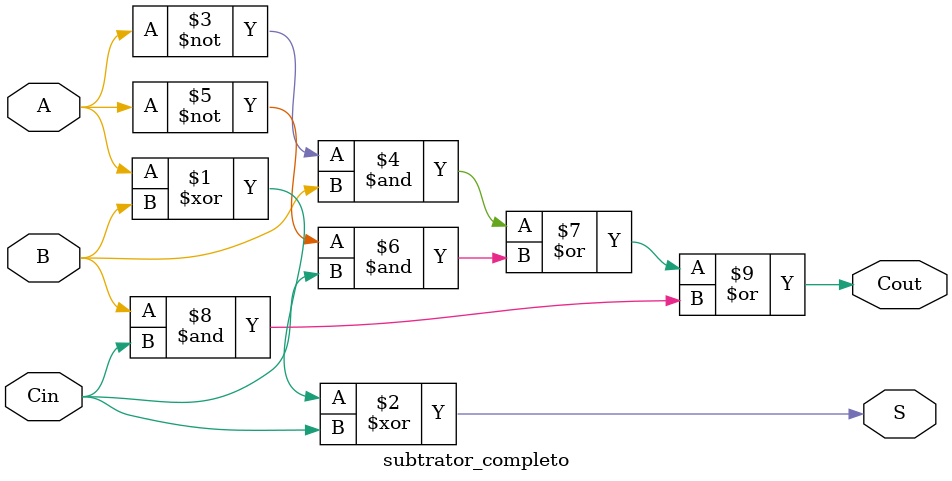
<source format=v>
module subtrator_completo(A, B, Cin, S, Cout);

    input A, B, Cin;
    output S, Cout;

    assign S = (A ^ B) ^ Cin;
    assign Cout = (~A & B) | (~A & Cin) | (B & Cin);

endmodule
</source>
